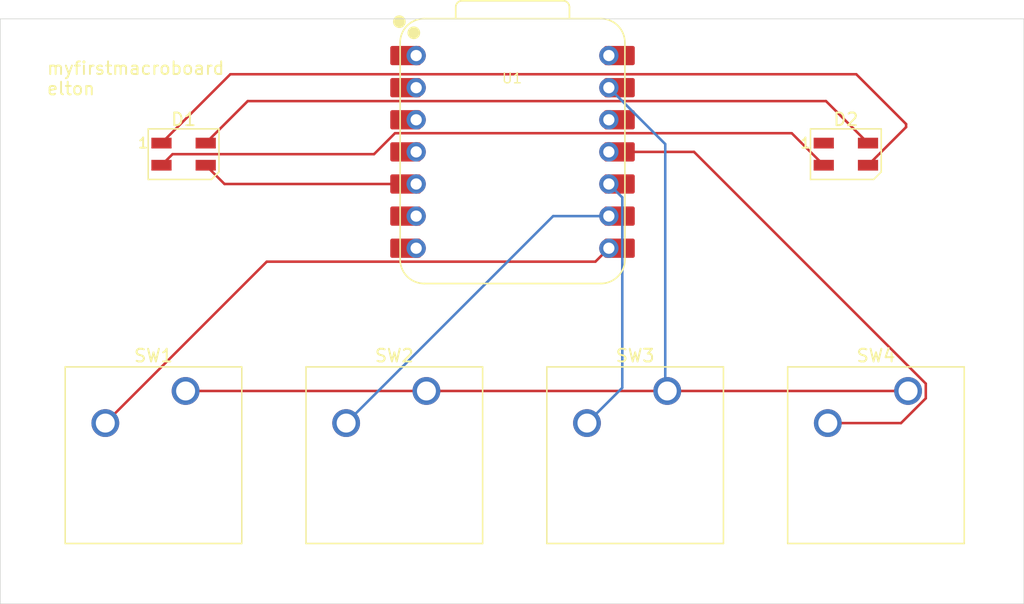
<source format=kicad_pcb>
(kicad_pcb (version 20241229) (generator "pcbnew") (generator_version "9.0")
  (layers (0 "F.Cu" signal) (2 "B.Cu" signal) (13 "F.Paste" user) (15 "B.Paste" user) (5 "F.SilkS" user "F.Silkscreen") (7 "B.SilkS" user "B.Silkscreen") (1 "F.Mask" user) (3 "B.Mask" user) (25 "Edge.Cuts" user))
  (net 0 "")
  (net 1 "Net-(D1-VSS)")
  (net 2 "Net-(D1-DIN)")
  (net 3 "Net-(D1-VDD)")
  (net 4 "Net-(D1-DOUT)")
  (net 6 "GND")
  (net 7 "Net-(U1-GPIO1{slash}RX)")
  (net 8 "Net-(U1-GPIO2{slash}SCK)")
  (net 9 "Net-(U1-GPIO4{slash}MISO)")
  (net 10 "Net-(U1-GPIO3{slash}MOSI)")
  (net 18 "+5V")
  (footprint "OPL:XIAO-RP2040-DIP" (layer "F.Cu") (at 130.79375 92.68875)
    (property "Reference" "U1" (at -0.035 -5.83 0) (layer "F.SilkS") (effects (font (size 0.8 0.8) (thickness 0.1016))))
    (property "Value" "XIAO-RP2040-DIP")
    (fp_line (start -8.89 8.509) (end -8.89 -8.636) (stroke (width 0.127)) (layer "F.SilkS"))
    (fp_line (start -6.985 10.414) (end 6.985 10.414) (stroke (width 0.127)) (layer "F.SilkS"))
    (fp_line (start -4.495 -10.541) (end -4.491272 -11.451272) (stroke (width 0.127)) (layer "F.SilkS"))
    (fp_line (start -3.991272 -11.951) (end 4.004 -11.951) (stroke (width 0.127)) (layer "F.SilkS"))
    (fp_line (start 4.504 -11.451) (end 4.504 -10.541) (stroke (width 0.127)) (layer "F.SilkS"))
    (fp_line (start 6.985 -10.541) (end -6.985 -10.541) (stroke (width 0.1)) (layer "F.SilkS"))
    (fp_line (start 6.985 -10.541) (end -6.985 -10.541) (stroke (width 0.127)) (layer "F.SilkS"))
    (fp_line (start 8.89 8.509) (end 8.89 -8.636) (stroke (width 0.127)) (layer "F.SilkS"))
    (fp_arc (start -8.89 -8.636) (mid -8.332038 -9.983038) (end -6.985 -10.541) (stroke (width 0.127)) (layer "F.SilkS"))
    (fp_arc (start -6.985 10.414) (mid -8.332038 9.856038) (end -8.89 8.509) (stroke (width 0.127)) (layer "F.SilkS"))
    (fp_arc (start -4.491272 -11.451272) (mid -4.344728 -11.80464) (end -3.991272 -11.951) (stroke (width 0.127)) (layer "F.SilkS"))
    (fp_arc (start 4.004 -11.951) (mid 4.357553 -11.804553) (end 4.504 -11.451) (stroke (width 0.127)) (layer "F.SilkS"))
    (fp_arc (start 6.985 -10.541) (mid 8.332038 -9.983038) (end 8.89 -8.636) (stroke (width 0.127)) (layer "F.SilkS"))
    (fp_arc (start 8.89 8.509) (mid 8.332038 9.856038) (end 6.985 10.414) (stroke (width 0.127)) (layer "F.SilkS"))
    (fp_circle (center -8.95 -10.3) (end -8.95 -10.554) (stroke (width 0.5)) (fill yes) (layer "F.SilkS"))
    (fp_circle (center -7.807 -9.42) (end -7.807 -9.674) (stroke (width 0.5)) (fill yes) (layer "F.SilkS"))
    (pad "1" smd roundrect (at -8.455 -7.62 180) (size 2.432 1.524) (layers "F.Cu" "F.Mask") (roundrect_rratio 0.1))
    (pad "1" thru_hole circle (at -7.62 -7.62 180) (size 1.524 1.524) (drill 0.889) (layers "*.Cu" "*.Mask"))
    (pad "2" smd roundrect (at -8.455 -5.08 180) (size 2.432 1.524) (layers "F.Cu" "F.Mask") (roundrect_rratio 0.1))
    (pad "2" thru_hole circle (at -7.62 -5.08 180) (size 1.524 1.524) (drill 0.889) (layers "*.Cu" "*.Mask"))
    (pad "3" smd roundrect (at -8.455 -2.54 180) (size 2.432 1.524) (layers "F.Cu" "F.Mask") (roundrect_rratio 0.1))
    (pad "3" thru_hole circle (at -7.62 -2.54 180) (size 1.524 1.524) (drill 0.889) (layers "*.Cu" "*.Mask"))
    (pad "4" smd roundrect (at -8.455 0 180) (size 2.432 1.524) (layers "F.Cu" "F.Mask") (roundrect_rratio 0.1))
    (pad "4" thru_hole circle (at -7.62 0 180) (size 1.524 1.524) (drill 0.889) (layers "*.Cu" "*.Mask"))
    (pad "5" smd roundrect (at -8.455 2.54 180) (size 2.432 1.524) (layers "F.Cu" "F.Mask") (roundrect_rratio 0.1) (net 2 "Net-(D1-DIN)"))
    (pad "5" thru_hole circle (at -7.62 2.54 180) (size 1.524 1.524) (drill 0.889) (layers "*.Cu" "*.Mask") (net 2 "Net-(D1-DIN)"))
    (pad "6" smd roundrect (at -8.455 5.08 180) (size 2.432 1.524) (layers "F.Cu" "F.Mask") (roundrect_rratio 0.1))
    (pad "6" thru_hole circle (at -7.62 5.08 180) (size 1.524 1.524) (drill 0.889) (layers "*.Cu" "*.Mask"))
    (pad "7" smd roundrect (at -8.455 7.62 180) (size 2.432 1.524) (layers "F.Cu" "F.Mask") (roundrect_rratio 0.1))
    (pad "7" thru_hole circle (at -7.62 7.62 180) (size 1.524 1.524) (drill 0.889) (layers "*.Cu" "*.Mask"))
    (pad "8" thru_hole circle (at 7.62 7.62) (size 1.524 1.524) (drill 0.889) (layers "*.Cu" "*.Mask") (net 7 "Net-(U1-GPIO1{slash}RX)"))
    (pad "8" smd roundrect (at 8.455 7.62) (size 2.432 1.524) (layers "F.Cu" "F.Mask") (roundrect_rratio 0.1) (net 7 "Net-(U1-GPIO1{slash}RX)"))
    (pad "9" thru_hole circle (at 7.62 5.08) (size 1.524 1.524) (drill 0.889) (layers "*.Cu" "*.Mask") (net 8 "Net-(U1-GPIO2{slash}SCK)"))
    (pad "9" smd roundrect (at 8.455 5.08) (size 2.432 1.524) (layers "F.Cu" "F.Mask") (roundrect_rratio 0.1) (net 8 "Net-(U1-GPIO2{slash}SCK)"))
    (pad "10" thru_hole circle (at 7.62 2.54) (size 1.524 1.524) (drill 0.889) (layers "*.Cu" "*.Mask") (net 9 "Net-(U1-GPIO4{slash}MISO)"))
    (pad "10" smd roundrect (at 8.455 2.54) (size 2.432 1.524) (layers "F.Cu" "F.Mask") (roundrect_rratio 0.1) (net 9 "Net-(U1-GPIO4{slash}MISO)"))
    (pad "11" thru_hole circle (at 7.62 0) (size 1.524 1.524) (drill 0.889) (layers "*.Cu" "*.Mask") (net 10 "Net-(U1-GPIO3{slash}MOSI)"))
    (pad "11" smd roundrect (at 8.455 0) (size 2.432 1.524) (layers "F.Cu" "F.Mask") (roundrect_rratio 0.1) (net 10 "Net-(U1-GPIO3{slash}MOSI)"))
    (pad "12" thru_hole circle (at 7.62 -2.54) (size 1.524 1.524) (drill 0.889) (layers "*.Cu" "*.Mask"))
    (pad "12" smd roundrect (at 8.455 -2.54) (size 2.432 1.524) (layers "F.Cu" "F.Mask") (roundrect_rratio 0.1))
    (pad "13" thru_hole circle (at 7.62 -5.08) (size 1.524 1.524) (drill 0.889) (layers "*.Cu" "*.Mask") (net 6 "GND"))
    (pad "13" smd roundrect (at 8.455 -5.08) (size 2.432 1.524) (layers "F.Cu" "F.Mask") (roundrect_rratio 0.1) (net 6 "GND"))
    (pad "14" thru_hole circle (at 7.62 -7.62) (size 1.524 1.524) (drill 0.889) (layers "*.Cu" "*.Mask") (net 18 "+5V"))
    (pad "14" smd roundrect (at 8.455 -7.62) (size 2.432 1.524) (layers "F.Cu" "F.Mask") (roundrect_rratio 0.1) (net 18 "+5V"))
  )
  (footprint "LED_SMD:LED_SK6812MINI_PLCC4_3.5x3.5mm_P1.75mm" (layer "F.Cu") (at 104.775 92.86875)
    (property "Reference" "D1" (at 0 -2.75 0) (layer "F.SilkS"))
    (property "Value" "SK6812MINI")
    (fp_line (start -2.8 -2) (end -2.8 2) (stroke (width 0.12)) (layer "F.SilkS"))
    (fp_line (start -2.8 -2) (end 2.8 -2) (stroke (width 0.12)) (layer "F.SilkS"))
    (fp_line (start -2.8 2) (end 2.2 2) (stroke (width 0.12)) (layer "F.SilkS"))
    (fp_line (start 2.8 1.4) (end 2.2 2) (stroke (width 0.12)) (layer "F.SilkS"))
    (fp_line (start 2.8 1.4) (end 2.8 -2) (stroke (width 0.12)) (layer "F.SilkS"))
    (fp_text user "1" (at -3.2 -0.875 0) (layer "F.SilkS") (effects (font (size 0.8 0.8))))
    (pad "1" smd rect (at -1.75 -0.875) (size 1.6 0.85) (layers "F.Cu" "F.Mask" "F.Paste") (net 4 "Net-(D1-DOUT)"))
    (pad "2" smd rect (at -1.75 0.875) (size 1.6 0.85) (layers "F.Cu" "F.Mask" "F.Paste") (net 1 "Net-(D1-VSS)"))
    (pad "3" smd rect (at 1.75 0.875) (size 1.6 0.85) (layers "F.Cu" "F.Mask" "F.Paste") (net 2 "Net-(D1-DIN)"))
    (pad "4" smd rect (at 1.75 -0.875) (size 1.6 0.85) (layers "F.Cu" "F.Mask" "F.Paste") (net 3 "Net-(D1-VDD)"))
  )
  (footprint "Button_Switch_Keyboard:SW_Cherry_MX_1.00u_PCB" (layer "F.Cu") (at 104.93375 111.60125)
    (property "Reference" "SW1" (at -2.54 -2.794 0) (layer "F.SilkS"))
    (property "Value" "SW_Push")
    (fp_line (start -9.525 -1.905) (end 4.445 -1.905) (stroke (width 0.12)) (layer "F.SilkS"))
    (fp_line (start -9.525 12.065) (end -9.525 -1.905) (stroke (width 0.12)) (layer "F.SilkS"))
    (fp_line (start 4.445 -1.905) (end 4.445 12.065) (stroke (width 0.12)) (layer "F.SilkS"))
    (fp_line (start 4.445 12.065) (end -9.525 12.065) (stroke (width 0.12)) (layer "F.SilkS"))
    (pad "" np_thru_hole circle (at -7.62 5.08) (size 1.7 1.7) (drill 1.7) (layers "*.Cu" "*.Mask"))
    (pad "" np_thru_hole circle (at -2.54 5.08) (size 4 4) (drill 4) (layers "*.Cu" "*.Mask"))
    (pad "" np_thru_hole circle (at 2.54 5.08) (size 1.7 1.7) (drill 1.7) (layers "*.Cu" "*.Mask"))
    (pad "1" thru_hole circle (at 0 0) (size 2.2 2.2) (drill 1.5) (layers "*.Cu" "*.Mask") (net 6 "GND"))
    (pad "2" thru_hole circle (at -6.35 2.54) (size 2.2 2.2) (drill 1.5) (layers "*.Cu" "*.Mask") (net 7 "Net-(U1-GPIO1{slash}RX)"))
  )
  (footprint "Button_Switch_Keyboard:SW_Cherry_MX_1.00u_PCB" (layer "F.Cu") (at 143.03375 111.60125)
    (property "Reference" "SW3" (at -2.54 -2.794 0) (layer "F.SilkS"))
    (property "Value" "SW_Push")
    (fp_line (start -9.525 -1.905) (end 4.445 -1.905) (stroke (width 0.12)) (layer "F.SilkS"))
    (fp_line (start -9.525 12.065) (end -9.525 -1.905) (stroke (width 0.12)) (layer "F.SilkS"))
    (fp_line (start 4.445 -1.905) (end 4.445 12.065) (stroke (width 0.12)) (layer "F.SilkS"))
    (fp_line (start 4.445 12.065) (end -9.525 12.065) (stroke (width 0.12)) (layer "F.SilkS"))
    (pad "" np_thru_hole circle (at -7.62 5.08) (size 1.7 1.7) (drill 1.7) (layers "*.Cu" "*.Mask"))
    (pad "" np_thru_hole circle (at -2.54 5.08) (size 4 4) (drill 4) (layers "*.Cu" "*.Mask"))
    (pad "" np_thru_hole circle (at 2.54 5.08) (size 1.7 1.7) (drill 1.7) (layers "*.Cu" "*.Mask"))
    (pad "1" thru_hole circle (at 0 0) (size 2.2 2.2) (drill 1.5) (layers "*.Cu" "*.Mask") (net 6 "GND"))
    (pad "2" thru_hole circle (at -6.35 2.54) (size 2.2 2.2) (drill 1.5) (layers "*.Cu" "*.Mask") (net 9 "Net-(U1-GPIO4{slash}MISO)"))
  )
  (footprint "Button_Switch_Keyboard:SW_Cherry_MX_1.00u_PCB" (layer "F.Cu") (at 123.98375 111.60125)
    (property "Reference" "SW2" (at -2.54 -2.794 0) (layer "F.SilkS"))
    (property "Value" "SW_Push")
    (fp_line (start -9.525 -1.905) (end 4.445 -1.905) (stroke (width 0.12)) (layer "F.SilkS"))
    (fp_line (start -9.525 12.065) (end -9.525 -1.905) (stroke (width 0.12)) (layer "F.SilkS"))
    (fp_line (start 4.445 -1.905) (end 4.445 12.065) (stroke (width 0.12)) (layer "F.SilkS"))
    (fp_line (start 4.445 12.065) (end -9.525 12.065) (stroke (width 0.12)) (layer "F.SilkS"))
    (pad "" np_thru_hole circle (at -7.62 5.08) (size 1.7 1.7) (drill 1.7) (layers "*.Cu" "*.Mask"))
    (pad "" np_thru_hole circle (at -2.54 5.08) (size 4 4) (drill 4) (layers "*.Cu" "*.Mask"))
    (pad "" np_thru_hole circle (at 2.54 5.08) (size 1.7 1.7) (drill 1.7) (layers "*.Cu" "*.Mask"))
    (pad "1" thru_hole circle (at 0 0) (size 2.2 2.2) (drill 1.5) (layers "*.Cu" "*.Mask") (net 6 "GND"))
    (pad "2" thru_hole circle (at -6.35 2.54) (size 2.2 2.2) (drill 1.5) (layers "*.Cu" "*.Mask") (net 8 "Net-(U1-GPIO2{slash}SCK)"))
  )
  (footprint "LED_SMD:LED_SK6812MINI_PLCC4_3.5x3.5mm_P1.75mm" (layer "F.Cu") (at 157.1625 92.86875)
    (property "Reference" "D2" (at 0 -2.75 0) (layer "F.SilkS"))
    (property "Value" "SK6812MINI")
    (fp_line (start -2.8 -2) (end -2.8 2) (stroke (width 0.12)) (layer "F.SilkS"))
    (fp_line (start -2.8 -2) (end 2.8 -2) (stroke (width 0.12)) (layer "F.SilkS"))
    (fp_line (start -2.8 2) (end 2.2 2) (stroke (width 0.12)) (layer "F.SilkS"))
    (fp_line (start 2.8 1.4) (end 2.2 2) (stroke (width 0.12)) (layer "F.SilkS"))
    (fp_line (start 2.8 1.4) (end 2.8 -2) (stroke (width 0.12)) (layer "F.SilkS"))
    (fp_text user "1" (at -3.2 -0.875 0) (layer "F.SilkS") (effects (font (size 0.8 0.8))))
    (pad "1" smd rect (at -1.75 -0.875) (size 1.6 0.85) (layers "F.Cu" "F.Mask" "F.Paste"))
    (pad "2" smd rect (at -1.75 0.875) (size 1.6 0.85) (layers "F.Cu" "F.Mask" "F.Paste") (net 1 "Net-(D1-VSS)"))
    (pad "3" smd rect (at 1.75 0.875) (size 1.6 0.85) (layers "F.Cu" "F.Mask" "F.Paste") (net 4 "Net-(D1-DOUT)"))
    (pad "4" smd rect (at 1.75 -0.875) (size 1.6 0.85) (layers "F.Cu" "F.Mask" "F.Paste") (net 3 "Net-(D1-VDD)"))
  )
  (footprint "Button_Switch_Keyboard:SW_Cherry_MX_1.00u_PCB" (layer "F.Cu") (at 162.08375 111.60125)
    (property "Reference" "SW4" (at -2.54 -2.794 0) (layer "F.SilkS"))
    (property "Value" "SW_Push")
    (fp_line (start -9.525 -1.905) (end 4.445 -1.905) (stroke (width 0.12)) (layer "F.SilkS"))
    (fp_line (start -9.525 12.065) (end -9.525 -1.905) (stroke (width 0.12)) (layer "F.SilkS"))
    (fp_line (start 4.445 -1.905) (end 4.445 12.065) (stroke (width 0.12)) (layer "F.SilkS"))
    (fp_line (start 4.445 12.065) (end -9.525 12.065) (stroke (width 0.12)) (layer "F.SilkS"))
    (pad "" np_thru_hole circle (at -7.62 5.08) (size 1.7 1.7) (drill 1.7) (layers "*.Cu" "*.Mask"))
    (pad "" np_thru_hole circle (at -2.54 5.08) (size 4 4) (drill 4) (layers "*.Cu" "*.Mask"))
    (pad "" np_thru_hole circle (at 2.54 5.08) (size 1.7 1.7) (drill 1.7) (layers "*.Cu" "*.Mask"))
    (pad "1" thru_hole circle (at 0 0) (size 2.2 2.2) (drill 1.5) (layers "*.Cu" "*.Mask") (net 6 "GND"))
    (pad "2" thru_hole circle (at -6.35 2.54) (size 2.2 2.2) (drill 1.5) (layers "*.Cu" "*.Mask") (net 10 "Net-(U1-GPIO3{slash}MOSI)"))
  )
  (gr_rect (start 90.2775 82.16375) (end 171.24 128.4375) (stroke (width 0.05)) (fill no) (layer "Edge.Cuts"))
  (gr_text "myfirstmacroboard\nelton" (at 93.88875 88.26875 0) (layer "F.SilkS") (effects (font (size 1 1)) (justify left bottom)))
  (segment (start 152.8805 91.21175) (end 155.4125 93.74375) (width 0.2) (layer "F.Cu") (net 1))
  (segment (start 103.025 93.74375) (end 103.9 92.86875) (width 0.2) (layer "F.Cu") (net 1))
  (segment (start 121.497124 91.21175) (end 152.8805 91.21175) (width 0.2) (layer "F.Cu") (net 1))
  (segment (start 119.840124 92.86875) (end 121.497124 91.21175) (width 0.2) (layer "F.Cu") (net 1))
  (segment (start 103.9 92.86875) (end 119.840124 92.86875) (width 0.2) (layer "F.Cu") (net 1))
  (segment (start 108.01 95.22875) (end 123.17375 95.22875) (width 0.2) (layer "F.Cu") (net 2))
  (segment (start 106.525 93.74375) (end 108.01 95.22875) (width 0.2) (layer "F.Cu") (net 2))
  (segment (start 109.847 88.67175) (end 155.5905 88.67175) (width 0.2) (layer "F.Cu") (net 3))
  (segment (start 155.5905 88.67175) (end 158.9125 91.99375) (width 0.2) (layer "F.Cu") (net 3))
  (segment (start 106.525 91.99375) (end 109.847 88.67175) (width 0.2) (layer "F.Cu") (net 3))
  (segment (start 161.925 90.73125) (end 158.9125 93.74375) (width 0.2) (layer "F.Cu") (net 4))
  (segment (start 157.98325 86.54575) (end 161.925 90.4875) (width 0.2) (layer "F.Cu") (net 4))
  (segment (start 161.925 90.4875) (end 161.925 90.73125) (width 0.2) (layer "F.Cu") (net 4))
  (segment (start 103.025 91.99375) (end 108.473 86.54575) (width 0.2) (layer "F.Cu") (net 4))
  (segment (start 108.473 86.54575) (end 157.98325 86.54575) (width 0.2) (layer "F.Cu") (net 4))
  (segment (start 143.03375 111.60125) (end 162.08375 111.60125) (width 0.2) (layer "F.Cu") (net 6))
  (segment (start 104.93375 111.60125) (end 123.98375 111.60125) (width 0.2) (layer "F.Cu") (net 6))
  (segment (start 143.03375 111.60125) (end 123.98375 111.60125) (width 0.2) (layer "F.Cu") (net 6))
  (segment (start 139.49138 87.60875) (end 138.41375 87.60875) (width 0.2) (layer "F.Cu") (net 6))
  (segment (start 142.875 111.91875) (end 142.875 92.07) (width 0.2) (layer "B.Cu") (net 6))
  (segment (start 142.875 92.07) (end 138.41375 87.60875) (width 0.2) (layer "B.Cu") (net 6))
  (segment (start 143.03375 111.60125) (end 143.03375 111.76) (width 0.2) (layer "B.Cu") (net 6))
  (segment (start 143.03375 111.76) (end 142.875 111.91875) (width 0.2) (layer "B.Cu") (net 6))
  (segment (start 111.35325 101.37175) (end 137.35075 101.37175) (width 0.2) (layer "F.Cu") (net 7))
  (segment (start 137.35075 101.37175) (end 138.41375 100.30875) (width 0.2) (layer "F.Cu") (net 7))
  (segment (start 98.58375 114.14125) (end 111.35325 101.37175) (width 0.2) (layer "F.Cu") (net 7))
  (segment (start 117.63375 114.14125) (end 134.00625 97.76875) (width 0.2) (layer "B.Cu") (net 8))
  (segment (start 134.00625 97.76875) (end 138.41375 97.76875) (width 0.2) (layer "B.Cu") (net 8))
  (segment (start 139.47675 111.34825) (end 139.47675 96.29175) (width 0.2) (layer "B.Cu") (net 9))
  (segment (start 139.47675 96.29175) (end 138.41375 95.22875) (width 0.2) (layer "B.Cu") (net 9))
  (segment (start 136.68375 114.14125) (end 139.47675 111.34825) (width 0.2) (layer "B.Cu") (net 9))
  (segment (start 163.48475 112.181564) (end 163.48475 111.020936) (width 0.2) (layer "F.Cu") (net 10))
  (segment (start 145.152564 92.68875) (end 138.41375 92.68875) (width 0.2) (layer "F.Cu") (net 10))
  (segment (start 155.73375 114.14125) (end 155.73375 114.136131) (width 0.2) (layer "F.Cu") (net 10))
  (segment (start 155.73375 114.136131) (end 155.670183 114.072564) (width 0.2) (layer "F.Cu") (net 10))
  (segment (start 155.73375 114.14125) (end 161.525064 114.14125) (width 0.2) (layer "F.Cu") (net 10))
  (segment (start 161.525064 114.14125) (end 163.48475 112.181564) (width 0.2) (layer "F.Cu") (net 10))
  (segment (start 163.48475 111.020936) (end 145.152564 92.68875) (width 0.2) (layer "F.Cu") (net 10))
)
</source>
